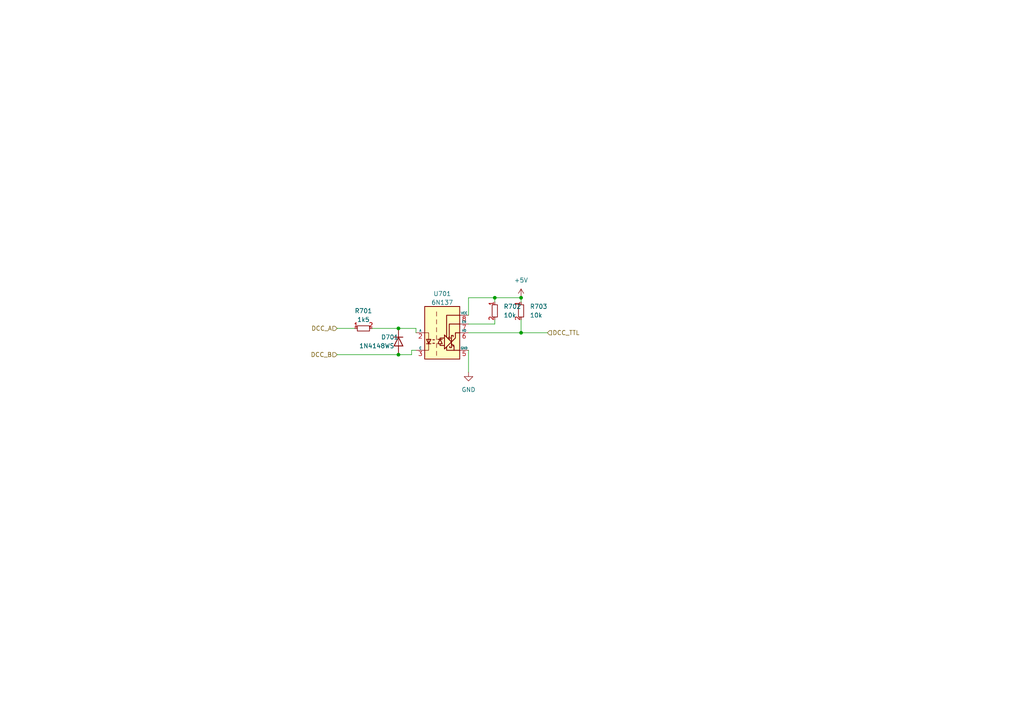
<source format=kicad_sch>
(kicad_sch (version 20230121) (generator eeschema)
  (paper "A4")
  (title_block (company "Train-Science"))
  (lib_symbols
    (symbol "Isolator:6N137" (pin_names (offset 0))
      (property "Reference" "U" (at -4.064 8.89 0))
      (property "Value" "6N137" (at 0 -8.89 0))
      (symbol "6N137_0_1"
        (polyline (pts (xy 2.667 -3.556) (xy 2.667 -1.651)) (stroke (width 0.254)))
        (polyline (pts (xy 2.667 -2.159) (xy 2.667 -2.921)) (stroke (width 0.254)))
        (polyline (pts (xy 3.429 -3.937) (xy 3.429 -5.08)) (stroke (width 0.254)))
        (polyline (pts (xy -0.635 -3.302) (xy -0.635 -3.683) (xy 0.635 -3.683)) (stroke (width 0.254)))
        (polyline (pts (xy -0.635 -1.905) (xy -0.635 -1.524) (xy 0.508 -1.524)) (stroke (width 0.254)))
        (polyline (pts (xy 1.27 -4.064) (xy 1.27 -5.08) (xy 5.08 -5.08)) (stroke (width 0.254)))
        (polyline (pts (xy 1.27 -1.27) (xy 1.27 5.08) (xy 5.08 5.08)) (stroke (width 0.254)))
        (polyline (pts (xy 2.032 -1.27) (xy 2.032 2.54) (xy 5.08 2.54)) (stroke (width 0.254)))
        (polyline (pts (xy -5.08 -5.08) (xy -3.937 -5.08) (xy -3.937 0) (xy -5.08 0)))
        (polyline (pts (xy 2.667 -3.302) (xy 2.667 -4.318) (xy 2.159 -4.318) (xy 2.159 -3.937)) (stroke (width 0.254)))
        (polyline (pts (xy 2.667 -2.667) (xy 0.635 -4.699) (xy 0.635 -0.635) (xy 2.667 -2.667)) (stroke (width 0.254)))
        (polyline (pts (xy 2.667 -1.778) (xy 2.667 -0.762) (xy 3.175 -0.762) (xy 3.175 -1.143)) (stroke (width 0.254)))
        (polyline (pts (xy 2.794 -2.54) (xy 3.81 -1.524) (xy 3.81 0) (xy 5.08 0)) (stroke (width 0.254)))
        (polyline (pts (xy 2.667 -3.175) (xy 3.429 -3.937) (xy 3.302 -3.556) (xy 3.048 -3.81) (xy 3.429 -3.937)) (stroke (width 0.254)))
        (circle (center 2.032 -1.524) (radius 0.254) (stroke (width 0.254)))
      )
      (symbol "6N137_1_1"
        (rectangle (start -5.08 7.62) (end 5.08 -7.62) (stroke (width 0.254)) (fill (type background)))
        (polyline (pts (xy -4.572 -3.175) (xy -3.302 -3.175)) (stroke (width 0.254)))
        (polyline (pts (xy -1.651 -5.334) (xy -1.651 -6.604)))
        (polyline (pts (xy -1.651 -3.048) (xy -1.651 -4.318)))
        (polyline (pts (xy -1.651 -0.762) (xy -1.651 -2.032)))
        (polyline (pts (xy -1.651 1.524) (xy -1.651 0.254)))
        (polyline (pts (xy -1.651 3.81) (xy -1.651 2.54)))
        (polyline (pts (xy -1.651 6.096) (xy -1.651 4.826)))
        (polyline (pts (xy -1.27 -1.905) (xy 0 -1.905)) (stroke (width 0.254)))
        (polyline (pts (xy -3.937 -3.175) (xy -4.572 -1.905) (xy -3.302 -1.905) (xy -3.937 -3.175)) (stroke (width 0.254)))
        (polyline (pts (xy -0.635 -1.905) (xy -1.27 -3.175) (xy 0 -3.175) (xy -0.635 -1.905)) (stroke (width 0.254)))
        (polyline (pts (xy -2.921 -3.048) (xy -2.159 -3.048) (xy -2.54 -3.175) (xy -2.54 -2.921) (xy -2.159 -3.048)) (stroke (width 0.127)))
        (polyline (pts (xy -2.921 -2.032) (xy -2.159 -2.032) (xy -2.54 -2.159) (xy -2.54 -1.905) (xy -2.159 -2.032)) (stroke (width 0.127)))
        (pin no_connect line (at -5.08 5.08 0) (length 2.54) hide (name "NC") (number "1"))
        (pin passive line (at -7.62 0 0) (length 2.54) (name "A") (number "2"))
        (pin passive line (at -7.62 -5.08 0) (length 2.54) (name "C") (number "3"))
        (pin power_in line (at 7.62 -5.08 180) (length 2.54) (name "GND") (number "5"))
        (pin open_collector line (at 7.62 0 180) (length 2.54) (name "VO") (number "6"))
        (pin input line (at 7.62 2.54 180) (length 2.54) (name "EN") (number "7"))
        (pin power_in line (at 7.62 5.08 180) (length 2.54) (name "VCC") (number "8"))
      )
    )
    (symbol "custom_kicad_lib_sk:1N4148WS" (pin_numbers hide) (pin_names hide)
      (property "Reference" "D" (at 0 2.54 0))
      (property "Value" "1N4148WS" (at 0 -2.54 0))
      (symbol "1N4148WS_0_1"
        (polyline (pts (xy -1.27 1.27) (xy -1.27 -1.27)) (stroke (width 0.254)))
        (polyline (pts (xy 1.27 0) (xy -1.27 0)))
        (polyline (pts (xy 1.27 1.27) (xy 1.27 -1.27) (xy -1.27 0) (xy 1.27 1.27)) (stroke (width 0.254)))
      )
      (symbol "1N4148WS_1_1"
        (pin passive line (at -3.81 0 0) (length 2.54) (name "K") (number "1"))
        (pin passive line (at 3.81 0 180) (length 2.54) (name "A") (number "2"))
      )
    )
    (symbol "power:+5V" (power) (pin_names (offset 0))
      (property "Value" "+5V" (at 0 3.556 0))
      (symbol "+5V_0_1"
        (polyline (pts (xy -0.762 1.27) (xy 0 2.54)))
        (polyline (pts (xy 0 0) (xy 0 2.54)))
        (polyline (pts (xy 0 2.54) (xy 0.762 1.27)))
      )
      (symbol "+5V_1_1"
        (pin power_in line (at 0 0 90) (length 0) hide (name "+5V") (number "1"))
      )
    )
    (symbol "power:GND" (power) (pin_names (offset 0))
      (property "Value" "GND" (at 0 -3.81 0))
      (symbol "GND_0_1"
        (polyline (pts (xy 0 0) (xy 0 -1.27) (xy 1.27 -1.27) (xy 0 -2.54) (xy -1.27 -1.27) (xy 0 -1.27)))
      )
      (symbol "GND_1_1"
        (pin power_in line (at 0 0 270) (length 0) hide (name "GND") (number "1"))
      )
    )
    (symbol "resistors_0603:R_10k_0603"
      (property "Reference" "R" (at 1.27 2.54 0))
      (property "Value" "10k" (at 2.54 -2.54 0))
      (symbol "R_10k_0603_0_1"
        (rectangle (start -0.762 1.778) (end 0.762 -1.778) (stroke (width 0.2032)))
      )
      (symbol "R_10k_0603_1_1"
        (pin passive line (at 0 2.54 270) (length 0.762) (name "~") (number "1"))
        (pin passive line (at 0 -2.54 90) (length 0.762) (name "~") (number "2"))
      )
    )
    (symbol "resistors_0603:R_1k5_0603"
      (property "Reference" "R" (at 1.27 2.54 0))
      (property "Value" "1k5" (at 2.54 -2.54 0))
      (symbol "R_1k5_0603_0_1"
        (rectangle (start -0.762 1.778) (end 0.762 -1.778) (stroke (width 0.2032)))
      )
      (symbol "R_1k5_0603_1_1"
        (pin passive line (at 0 2.54 270) (length 0.762) (name "~") (number "1"))
        (pin passive line (at 0 -2.54 90) (length 0.762) (name "~") (number "2"))
      )
    )
  )
  (junction (at 151.13 86.36))
  (junction (at 151.13 96.52))
  (junction (at 115.57 102.87))
  (junction (at 143.51 86.36))
  (junction (at 115.57 95.25))
  (wire (pts (xy 135.89 101.6) (xy 135.89 107.95)))
  (wire (pts (xy 143.51 92.71) (xy 143.51 93.98)))
  (wire (pts (xy 151.13 96.52) (xy 158.75 96.52)))
  (wire (pts (xy 97.79 102.87) (xy 115.57 102.87)))
  (wire (pts (xy 143.51 86.36) (xy 151.13 86.36)))
  (wire (pts (xy 135.89 96.52) (xy 151.13 96.52)))
  (wire (pts (xy 151.13 86.36) (xy 151.13 87.63)))
  (wire (pts (xy 135.89 86.36) (xy 143.51 86.36)))
  (wire (pts (xy 119.38 101.6) (xy 119.38 102.87)))
  (wire (pts (xy 120.65 96.52) (xy 120.65 95.25)))
  (wire (pts (xy 115.57 95.25) (xy 120.65 95.25)))
  (wire (pts (xy 135.89 93.98) (xy 143.51 93.98)))
  (wire (pts (xy 143.51 86.36) (xy 143.51 87.63)))
  (wire (pts (xy 115.57 102.87) (xy 119.38 102.87)))
  (wire (pts (xy 135.89 91.44) (xy 135.89 86.36)))
  (wire (pts (xy 97.79 95.25) (xy 102.87 95.25)))
  (wire (pts (xy 151.13 92.71) (xy 151.13 96.52)))
  (wire (pts (xy 120.65 101.6) (xy 119.38 101.6)))
  (wire (pts (xy 107.95 95.25) (xy 115.57 95.25)))
  (hierarchical_label "DCC_TTL" (shape input) (at 158.75 96.52 0))
  (hierarchical_label "DCC_A" (shape input) (at 97.79 95.25 180))
  (hierarchical_label "DCC_B" (shape input) (at 97.79 102.87 180))
  (symbol (lib_id "resistors_0603:R_10k_0603") (at 143.51 90.17 0) (unit 1)
    (property "Reference" "R702" (at 146.05 88.9 0) (effects (justify left)))
    (property "Value" "10k" (at 146.05 91.44 0) (effects (justify left)))
    (property "Footprint" "custom_kicad_lib_sk:R_0603_smalltext" (effects hide))
    (property "JLCPCB Part#" "C25804" (effects hide))
  )
  (symbol (lib_id "resistors_0603:R_1k5_0603") (at 105.41 95.25 90) (unit 1)
    (property "Reference" "R701" (at 105.41 90.17 90))
    (property "Value" "1k5" (at 105.41 92.71 90))
    (property "Footprint" "custom_kicad_lib_sk:R_0603_smalltext" (effects hide))
    (property "JLCPCB Part#" "C22843" (effects hide))
  )
  (symbol (lib_id "resistors_0603:R_10k_0603") (at 151.13 90.17 0) (unit 1)
    (property "Reference" "R703" (at 153.67 88.9 0) (effects (justify left)))
    (property "Value" "10k" (at 153.67 91.44 0) (effects (justify left)))
    (property "Footprint" "custom_kicad_lib_sk:R_0603_smalltext" (effects hide))
    (property "JLCPCB Part#" "C25804" (effects hide))
  )
  (symbol (lib_id "power:GND") (at 135.89 107.95 0) (unit 1)
    (property "Reference" "#PWR0712" (effects hide))
    (property "Value" "GND" (at 135.89 113.03 0))
  )
  (symbol (lib_id "Isolator:6N137") (at 128.27 96.52 0) (unit 1)
    (property "Reference" "U701" (at 128.27 85.2002 0))
    (property "Value" "6N137" (at 128.27 87.7371 0))
    (property "Footprint" "Package_SO:SOP-8_6.62x9.15mm_P2.54mm" (effects hide))
    (property "Datasheet" "https://datasheet.lcsc.com/szlcsc/1908282202_Everlight-Elec-6N137S1-TA_C110020.pdf" (effects hide))
    (property "JLCPCB Part#" "C110020" (effects hide))
  )
  (symbol (lib_id "power:+5V") (at 151.13 86.36 0) (unit 1)
    (property "Reference" "#PWR0705" (effects hide))
    (property "Value" "+5V" (at 151.13 81.28 0))
  )
  (symbol (lib_id "custom_kicad_lib_sk:1N4148WS") (at 115.57 99.06 270) (unit 1)
    (property "Reference" "D701" (at 110.49 97.79 90) (effects (justify left)))
    (property "Value" "1N4148WS" (at 104.14 100.33 90) (effects (justify left)))
    (property "Footprint" "Diode_SMD:D_SOD-323" (effects hide))
    (property "Datasheet" "https://www.vishay.com/docs/85751/1n4148ws.pdf" (effects hide))
    (property "Sim.Device" "D" (effects hide))
    (property "Sim.Pins" "1=K 2=A" (effects hide))
    (property "JLCPCB Part#" "C2128" (effects hide))
  )
)
</source>
